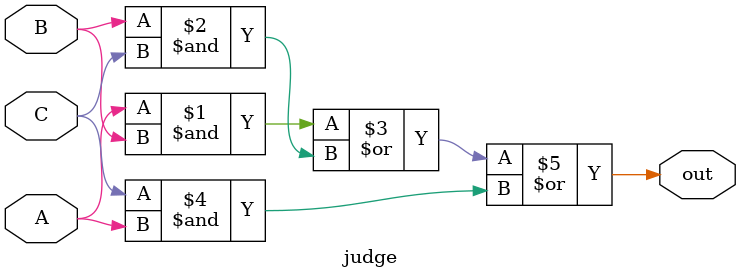
<source format=v>
`timescale 1ns / 1ps
module judge(
    input A,
    input B,
    input C,
    output out
    );
	assign out = A&B | B&C | C&A;

endmodule

</source>
